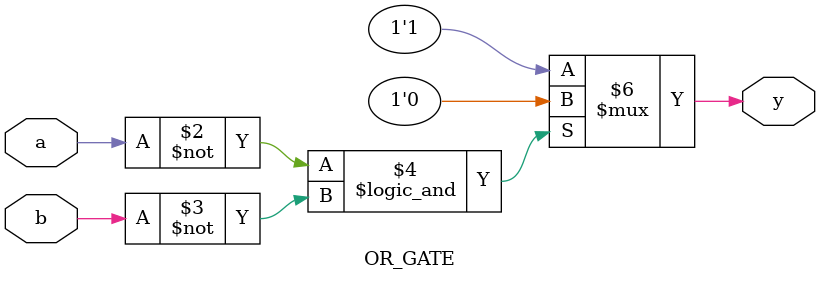
<source format=v>
module OR_GATE(a,b,y);
  input a,b;
  output y;
  reg y;
  
  always@(a or b)
    
    begin
      if(a==0 && b==0) begin
      y=0;
    end
  else begin
    y=1;
  end
  end
endmodule

</source>
